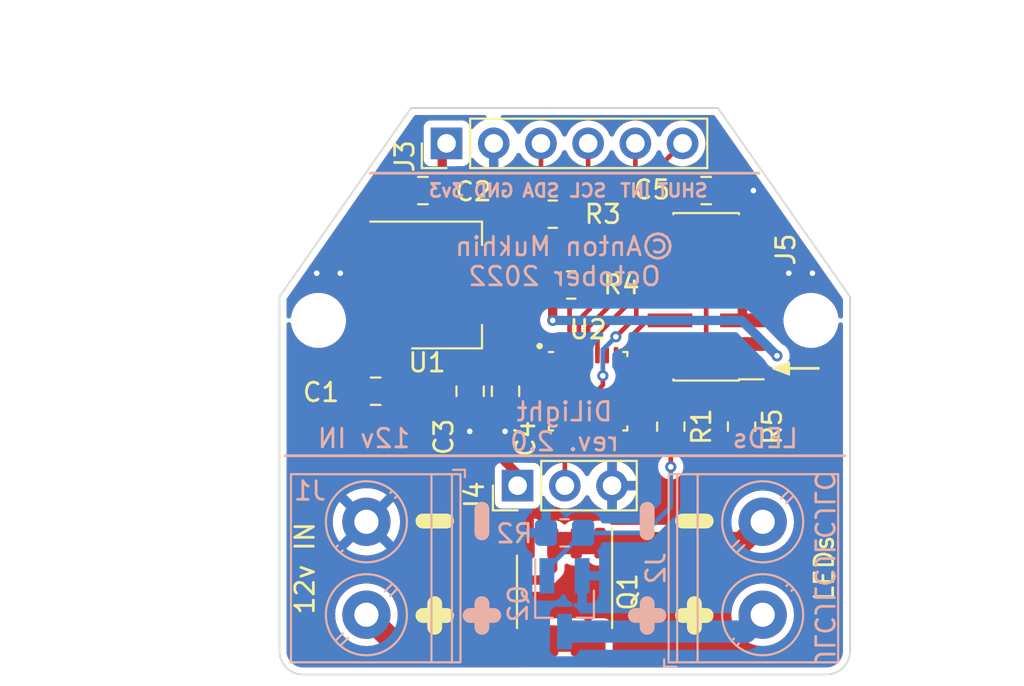
<source format=kicad_pcb>
(kicad_pcb (version 20211014) (generator pcbnew)
  (layers (0 "F.Cu" signal) (31 "B.Cu" signal) (34 "B.Paste" user) (35 "F.Paste" user) (36 "B.SilkS" user "B.Silkscreen") (37 "F.SilkS" user "F.Silkscreen") (38 "B.Mask" user) (39 "F.Mask" user) (44 "Edge.Cuts" user))
  (net 0 "")
  (net 1 "+12V")
  (net 2 "GND")
  (net 3 "+3V3")
  (net 4 "NRST")
  (net 5 "Net-(J1-Pad2)")
  (net 6 "Net-(J2-Pad1)")
  (net 7 "Sens_SDA")
  (net 8 "Sens_SCL")
  (net 9 "Sens_INT")
  (net 10 "Sens_SHUT")
  (net 11 "Btn_INT")
  (net 14 "SWDIO")
  (net 15 "SWCLK")
  (net 19 "Net-(J5-Pad11)")
  (net 22 "Net-(Q2-Pad1)")
  (net 23 "Net-(R1-Pad1)")
  (footprint "Connector_PinHeader_2.54mm:PinHeader_1x03_P2.54mm_Vertical" (layer "F.Cu") (at 33.035 36.83 90)
    (fp_text reference "J4" (at -0.635 -2.33 90) (layer "F.SilkS"))
    (fp_text value "Touch")
    (fp_line (start -1.33 0) (end -1.33 -1.33) (layer "F.SilkS") (width 0.12))
    (fp_line (start 1.33 1.27) (end 1.33 6.41) (layer "F.SilkS") (width 0.12))
    (fp_line (start -1.33 1.27) (end 1.33 1.27) (layer "F.SilkS") (width 0.12))
    (fp_line (start -1.33 -1.33) (end 0 -1.33) (layer "F.SilkS") (width 0.12))
    (fp_line (start -1.33 6.41) (end 1.33 6.41) (layer "F.SilkS") (width 0.12))
    (fp_line (start -1.33 1.27) (end -1.33 6.41) (layer "F.SilkS") (width 0.12))
    (pad "1" thru_hole rect (at 0 0 90) (size 1.7 1.7) (drill 1) (layers *.Cu *.Mask) (net 3 "+3V3"))
    (pad "2" thru_hole oval (at 0 2.54 90) (size 1.7 1.7) (drill 1) (layers *.Cu *.Mask) (net 11 "Btn_INT"))
    (pad "3" thru_hole oval (at 0 5.08 90) (size 1.7 1.7) (drill 1) (layers *.Cu *.Mask) (net 2 "GND"))
  )
  (footprint "Capacitor_SMD:C_0805_2012Metric_Pad1.18x1.45mm_HandSolder" (layer "F.Cu") (at 25.4 31.75 180)
    (fp_text reference "C1" (at 2.94 -0.06) (layer "F.SilkS"))
    (fp_text value "10u")
    (fp_line (start -0.261252 -0.735) (end 0.261252 -0.735) (layer "F.SilkS") (width 0.12))
    (fp_line (start -0.261252 0.735) (end 0.261252 0.735) (layer "F.SilkS") (width 0.12))
    (pad "1" smd roundrect (at -1.0375 0 180) (size 1.175 1.45) (layers "F.Cu" "F.Paste" "F.Mask") (roundrect_rratio 0.212766) (net 1 "+12V"))
    (pad "2" smd roundrect (at 1.0375 0 180) (size 1.175 1.45) (layers "F.Cu" "F.Paste" "F.Mask") (roundrect_rratio 0.212766) (net 2 "GND"))
  )
  (footprint "MountingHole:MountingHole_2.2mm_M2_DIN965" (layer "F.Cu") (at 22.32 27.94)
    (fp_text reference "H1" hide)
    (fp_text value "M2")
    (pad "" np_thru_hole circle (at 0 0) (size 2.2 2.2) (drill 2.2) (layers *.Cu *.Mask))
  )
  (footprint "Connector_PinHeader_1.27mm:PinHeader_2x07_P1.27mm_Vertical_SMD" (layer "F.Cu") (at 43.18 26.67 180)
    (fp_text reference "J5" (at -4.28 2.54 90) (layer "F.SilkS"))
    (fp_text value "ST Link V3")
    (fp_line (start -1.765 4.44) (end -1.765 4.505) (layer "F.SilkS") (width 0.12))
    (fp_line (start 1.765 4.44) (end 1.765 4.505) (layer "F.SilkS") (width 0.12))
    (fp_line (start -1.765 -4.505) (end 1.765 -4.505) (layer "F.SilkS") (width 0.12))
    (fp_line (start -1.765 -4.505) (end -1.765 -4.44) (layer "F.SilkS") (width 0.12))
    (fp_line (start 1.765 -4.505) (end 1.765 -4.44) (layer "F.SilkS") (width 0.12))
    (fp_line (start -1.765 4.505) (end 1.765 4.505) (layer "F.SilkS") (width 0.12))
    (fp_line (start -3.09 -4.44) (end -1.765 -4.44) (layer "F.SilkS") (width 0.12))
    (pad "1" smd rect (at -1.95 -3.81 180) (size 2.4 0.74) (layers "F.Cu" "F.Paste" "F.Mask"))
    (pad "2" smd rect (at 1.95 -3.81 180) (size 2.4 0.74) (layers "F.Cu" "F.Paste" "F.Mask"))
    (pad "3" smd rect (at -1.95 -2.54 180) (size 2.4 0.74) (layers "F.Cu" "F.Paste" "F.Mask") (net 3 "+3V3"))
    (pad "4" smd rect (at 1.95 -2.54 180) (size 2.4 0.74) (layers "F.Cu" "F.Paste" "F.Mask") (net 14 "SWDIO"))
    (pad "5" smd rect (at -1.95 -1.27 180) (size 2.4 0.74) (layers "F.Cu" "F.Paste" "F.Mask") (net 2 "GND"))
    (pad "6" smd rect (at 1.95 -1.27 180) (size 2.4 0.74) (layers "F.Cu" "F.Paste" "F.Mask") (net 15 "SWCLK"))
    (pad "7" smd rect (at -1.95 0 180) (size 2.4 0.74) (layers "F.Cu" "F.Paste" "F.Mask") (net 2 "GND"))
    (pad "8" smd rect (at 1.95 0 180) (size 2.4 0.74) (layers "F.Cu" "F.Paste" "F.Mask"))
    (pad "9" smd rect (at -1.95 1.27 180) (size 2.4 0.74) (layers "F.Cu" "F.Paste" "F.Mask"))
    (pad "10" smd rect (at 1.95 1.27 180) (size 2.4 0.74) (layers "F.Cu" "F.Paste" "F.Mask"))
    (pad "11" smd rect (at -1.95 2.54 180) (size 2.4 0.74) (layers "F.Cu" "F.Paste" "F.Mask") (net 19 "Net-(J5-Pad11)"))
    (pad "12" smd rect (at 1.95 2.54 180) (size 2.4 0.74) (layers "F.Cu" "F.Paste" "F.Mask") (net 4 "NRST"))
    (pad "13" smd rect (at -1.95 3.81 180) (size 2.4 0.74) (layers "F.Cu" "F.Paste" "F.Mask"))
    (pad "14" smd rect (at 1.95 3.81 180) (size 2.4 0.74) (layers "F.Cu" "F.Paste" "F.Mask"))
  )
  (footprint "Package_DFN_QFN:QFN-28_4x4mm_P0.5mm" (layer "F.Cu") (at 36.83 31.75)
    (fp_text reference "U2" (at 0 -3.32) (layer "F.SilkS"))
    (fp_text value "STM32G031G8Ux")
    (fp_line (start -1.885 2.11) (end -2.11 2.11) (layer "F.SilkS") (width 0.12))
    (fp_line (start 2.11 -2.11) (end 2.11 -1.885) (layer "F.SilkS") (width 0.12))
    (fp_line (start 1.885 2.11) (end 2.11 2.11) (layer "F.SilkS") (width 0.12))
    (fp_line (start 1.885 -2.11) (end 2.11 -2.11) (layer "F.SilkS") (width 0.12))
    (fp_line (start 2.11 2.11) (end 2.11 1.885) (layer "F.SilkS") (width 0.12))
    (fp_line (start -2.11 2.11) (end -2.11 1.885) (layer "F.SilkS") (width 0.12))
    (fp_line (start -1.885 -2.11) (end -2.11 -2.11) (layer "F.SilkS") (width 0.12))
    (pad "1" smd custom (at -1.9975 -1.5) (size 0.136863 0.136863) (layers "F.Cu" "F.Paste" "F.Mask") (options (clearance outline) (anchor circle)) (primitives (gr_poly (pts (xy 0.3325 0.05364) (xy 0.3325 0.08) (xy -0.3325 0.08) (xy -0.3325 -0.08) (xy 0.19886 -0.08)) (width 0.09) (fill yes))))
    (pad "2" smd roundrect (at -1.9375 -1) (size 0.875 0.25) (layers "F.Cu" "F.Paste" "F.Mask"))
    (pad "3" smd roundrect (at -1.9375 -0.5) (size 0.875 0.25) (layers "F.Cu" "F.Paste" "F.Mask") (net 3 "+3V3"))
    (pad "4" smd roundrect (at -1.9375 0) (size 0.875 0.25) (layers "F.Cu" "F.Paste" "F.Mask") (net 2 "GND"))
    (pad "5" smd roundrect (at -1.9375 0.5) (size 0.875 0.25) (layers "F.Cu" "F.Paste" "F.Mask") (net 4 "NRST"))
    (pad "6" smd roundrect (at -1.9375 1) (size 0.875 0.25) (layers "F.Cu" "F.Paste" "F.Mask") (net 11 "Btn_INT"))
    (pad "7" smd custom (at -1.9975 1.5) (size 0.136863 0.136863) (layers "F.Cu" "F.Paste" "F.Mask") (options (clearance outline) (anchor circle)) (primitives (gr_poly (pts (xy 0.3325 -0.05364) (xy 0.19886 0.08) (xy -0.3325 0.08) (xy -0.3325 -0.08) (xy 0.3325 -0.08)) (width 0.09) (fill yes))))
    (pad "8" smd custom (at -1.5 1.9975) (size 0.136863 0.136863) (layers "F.Cu" "F.Paste" "F.Mask") (options (clearance outline) (anchor circle)) (primitives (gr_poly (pts (xy 0.08 0.3325) (xy -0.08 0.3325) (xy -0.08 -0.19886) (xy 0.05364 -0.3325) (xy 0.08 -0.3325)) (width 0.09) (fill yes))))
    (pad "9" smd roundrect (at -1 1.9375) (size 0.25 0.875) (layers "F.Cu" "F.Paste" "F.Mask"))
    (pad "10" smd roundrect (at -0.5 1.9375) (size 0.25 0.875) (layers "F.Cu" "F.Paste" "F.Mask"))
    (pad "11" smd roundrect (at 0 1.9375) (size 0.25 0.875) (layers "F.Cu" "F.Paste" "F.Mask"))
    (pad "12" smd roundrect (at 0.5 1.9375) (size 0.25 0.875) (layers "F.Cu" "F.Paste" "F.Mask"))
    (pad "13" smd roundrect (at 1 1.9375) (size 0.25 0.875) (layers "F.Cu" "F.Paste" "F.Mask"))
    (pad "14" smd custom (at 1.5 1.9975) (size 0.136863 0.136863) (layers "F.Cu" "F.Paste" "F.Mask") (options (clearance outline) (anchor circle)) (primitives (gr_poly (pts (xy 0.08 -0.19886) (xy 0.08 0.3325) (xy -0.08 0.3325) (xy -0.08 -0.3325) (xy -0.05364 -0.3325)) (width 0.09) (fill yes))))
    (pad "15" smd custom (at 1.9975 1.5) (size 0.136863 0.136863) (layers "F.Cu" "F.Paste" "F.Mask") (options (clearance outline) (anchor circle)) (primitives (gr_poly (pts (xy 0.3325 0.08) (xy -0.19886 0.08) (xy -0.3325 -0.05364) (xy -0.3325 -0.08) (xy 0.3325 -0.08)) (width 0.09) (fill yes))))
    (pad "16" smd roundrect (at 1.9375 1) (size 0.875 0.25) (layers "F.Cu" "F.Paste" "F.Mask"))
    (pad "17" smd roundrect (at 1.9375 0.5) (size 0.875 0.25) (layers "F.Cu" "F.Paste" "F.Mask") (net 23 "Net-(R1-Pad1)"))
    (pad "18" smd roundrect (at 1.9375 0) (size 0.875 0.25) (layers "F.Cu" "F.Paste" "F.Mask"))
    (pad "19" smd roundrect (at 1.9375 -0.5) (size 0.875 0.25) (layers "F.Cu" "F.Paste" "F.Mask"))
    (pad "20" smd roundrect (at 1.9375 -1) (size 0.875 0.25) (layers "F.Cu" "F.Paste" "F.Mask") (net 14 "SWDIO"))
    (pad "21" smd custom (at 1.9975 -1.5) (size 0.136863 0.136863) (layers "F.Cu" "F.Paste" "F.Mask") (net 15 "SWCLK") (options (clearance outline) (anchor circle)) (primitives (gr_poly (pts (xy 0.3325 0.08) (xy -0.3325 0.08) (xy -0.3325 0.05364) (xy -0.19886 -0.08) (xy 0.3325 -0.08)) (width 0.09) (fill yes))))
    (pad "22" smd custom (at 1.5 -1.9975) (size 0.136863 0.136863) (layers "F.Cu" "F.Paste" "F.Mask") (options (clearance outline) (anchor circle)) (primitives (gr_poly (pts (xy 0.08 0.19886) (xy -0.05364 0.3325) (xy -0.08 0.3325) (xy -0.08 -0.3325) (xy 0.08 -0.3325)) (width 0.09) (fill yes))))
    (pad "23" smd roundrect (at 1 -1.9375) (size 0.25 0.875) (layers "F.Cu" "F.Paste" "F.Mask"))
    (pad "24" smd roundrect (at 0.5 -1.9375) (size 0.25 0.875) (layers "F.Cu" "F.Paste" "F.Mask") (net 10 "Sens_SHUT"))
    (pad "25" smd roundrect (at 0 -1.9375) (size 0.25 0.875) (layers "F.Cu" "F.Paste" "F.Mask") (net 9 "Sens_INT"))
    (pad "26" smd roundrect (at -0.5 -1.9375) (size 0.25 0.875) (layers "F.Cu" "F.Paste" "F.Mask") (net 8 "Sens_SCL"))
    (pad "27" smd roundrect (at -1 -1.9375) (size 0.25 0.875) (layers "F.Cu" "F.Paste" "F.Mask") (net 7 "Sens_SDA"))
    (pad "28" smd custom (at -1.5 -1.9975) (size 0.136863 0.136863) (layers "F.Cu" "F.Paste" "F.Mask") (options (clearance outline) (anchor circle)) (primitives (gr_poly (pts (xy 0.08 0.3325) (xy 0.05364 0.3325) (xy -0.08 0.19886) (xy -0.08 -0.3325) (xy 0.08 -0.3325)) (width 0.09) (fill yes))))
  )
  (footprint "Capacitor_SMD:C_0805_2012Metric_Pad1.18x1.45mm_HandSolder" (layer "F.Cu") (at 30.48 31.75 -90)
    (fp_text reference "C3" (at 2.46 1.42 90) (layer "F.SilkS"))
    (fp_text value "4u7")
    (fp_line (start -0.261252 -0.735) (end 0.261252 -0.735) (layer "F.SilkS") (width 0.12))
    (fp_line (start -0.261252 0.735) (end 0.261252 0.735) (layer "F.SilkS") (width 0.12))
    (pad "1" smd roundrect (at -1.0375 0 270) (size 1.175 1.45) (layers "F.Cu" "F.Paste" "F.Mask") (roundrect_rratio 0.212766) (net 3 "+3V3"))
    (pad "2" smd roundrect (at 1.0375 0 270) (size 1.175 1.45) (layers "F.Cu" "F.Paste" "F.Mask") (roundrect_rratio 0.212766) (net 2 "GND"))
  )
  (footprint "Resistor_SMD:R_0805_2012Metric_Pad1.20x1.40mm_HandSolder" (layer "F.Cu") (at 41.275 33.655 -90)
    (fp_text reference "R1" (at 0 -1.65 90) (layer "F.SilkS"))
    (fp_text value "100")
    (fp_line (start -0.227064 -0.735) (end 0.227064 -0.735) (layer "F.SilkS") (width 0.12))
    (fp_line (start -0.227064 0.735) (end 0.227064 0.735) (layer "F.SilkS") (width 0.12))
    (pad "1" smd roundrect (at -1 0 270) (size 1.2 1.4) (layers "F.Cu" "F.Paste" "F.Mask") (roundrect_rratio 0.208333) (net 23 "Net-(R1-Pad1)"))
    (pad "2" smd roundrect (at 1 0 270) (size 1.2 1.4) (layers "F.Cu" "F.Paste" "F.Mask") (roundrect_rratio 0.208333) (net 22 "Net-(Q2-Pad1)"))
  )
  (footprint "Capacitor_SMD:C_0805_2012Metric_Pad1.18x1.45mm_HandSolder" (layer "F.Cu") (at 43.18 20.955)
    (fp_text reference "C5" (at -2.92 -0.045) (layer "F.SilkS"))
    (fp_text value "100n")
    (fp_line (start -0.261252 -0.735) (end 0.261252 -0.735) (layer "F.SilkS") (width 0.12))
    (fp_line (start -0.261252 0.735) (end 0.261252 0.735) (layer "F.SilkS") (width 0.12))
    (pad "1" smd roundrect (at -1.0375 0) (size 1.175 1.45) (layers "F.Cu" "F.Paste" "F.Mask") (roundrect_rratio 0.212766) (net 4 "NRST"))
    (pad "2" smd roundrect (at 1.0375 0) (size 1.175 1.45) (layers "F.Cu" "F.Paste" "F.Mask") (roundrect_rratio 0.212766) (net 2 "GND"))
  )
  (footprint "Package_TO_SOT_SMD:SOT-223-3_TabPin2" (layer "F.Cu") (at 29.21 26.035)
    (fp_text reference "U1" (at -1.05 4.175) (layer "F.SilkS"))
    (fp_text value "AMS1117-3.3")
    (fp_line (start 1.91 3.41) (end 1.91 2.15) (layer "F.SilkS") (width 0.12))
    (fp_line (start 1.91 -3.41) (end 1.91 -2.15) (layer "F.SilkS") (width 0.12))
    (fp_line (start -4.1 -3.41) (end 1.91 -3.41) (layer "F.SilkS") (width 0.12))
    (fp_line (start -1.85 3.41) (end 1.91 3.41) (layer "F.SilkS") (width 0.12))
    (pad "1" smd rect (at -3.15 -2.3) (size 2 1.5) (layers "F.Cu" "F.Paste" "F.Mask") (net 2 "GND"))
    (pad "2" smd rect (at 3.15 0) (size 2 3.8) (layers "F.Cu" "F.Paste" "F.Mask") (net 3 "+3V3"))
    (pad "2" smd rect (at -3.15 0) (size 2 1.5) (layers "F.Cu" "F.Paste" "F.Mask") (net 3 "+3V3"))
    (pad "3" smd rect (at -3.15 2.3) (size 2 1.5) (layers "F.Cu" "F.Paste" "F.Mask") (net 1 "+12V"))
  )
  (footprint "Resistor_SMD:R_0805_2012Metric_Pad1.20x1.40mm_HandSolder" (layer "F.Cu") (at 34.925 22.225)
    (fp_text reference "R3" (at 2.695 0) (layer "F.SilkS"))
    (fp_text value "10k")
    (fp_line (start -0.227064 -0.735) (end 0.227064 -0.735) (layer "F.SilkS") (width 0.12))
    (fp_line (start -0.227064 0.735) (end 0.227064 0.735) (layer "F.SilkS") (width 0.12))
    (pad "1" smd roundrect (at -1 0) (size 1.2 1.4) (layers "F.Cu" "F.Paste" "F.Mask") (roundrect_rratio 0.208333) (net 3 "+3V3"))
    (pad "2" smd roundrect (at 1 0) (size 1.2 1.4) (layers "F.Cu" "F.Paste" "F.Mask") (roundrect_rratio 0.208333) (net 7 "Sens_SDA"))
  )
  (footprint "Resistor_SMD:R_0805_2012Metric_Pad1.20x1.40mm_HandSolder" (layer "F.Cu") (at 35.92 26.035)
    (fp_text reference "R4" (at 2.7 -0.015) (layer "F.SilkS"))
    (fp_text value "10k")
    (fp_line (start -0.227064 0.735) (end 0.227064 0.735) (layer "F.SilkS") (width 0.12))
    (fp_line (start -0.227064 -0.735) (end 0.227064 -0.735) (layer "F.SilkS") (width 0.12))
    (pad "1" smd roundrect (at -1 0) (size 1.2 1.4) (layers "F.Cu" "F.Paste" "F.Mask") (roundrect_rratio 0.208333) (net 3 "+3V3"))
    (pad "2" smd roundrect (at 1 0) (size 1.2 1.4) (layers "F.Cu" "F.Paste" "F.Mask") (roundrect_rratio 0.208333) (net 8 "Sens_SCL"))
  )
  (footprint "MountingHole:MountingHole_2.2mm_M2_DIN965" (layer "F.Cu") (at 48.82 27.94)
    (fp_text reference "H2" hide)
    (fp_text value "M2")
    (pad "" np_thru_hole circle (at 0 0) (size 2.2 2.2) (drill 2.2) (layers *.Cu *.Mask))
  )
  (footprint "Capacitor_SMD:C_0805_2012Metric_Pad1.18x1.45mm_HandSolder" (layer "F.Cu") (at 32.385 31.75 -90)
    (fp_text reference "C4" (at 2.56 -1.075 90) (layer "F.SilkS"))
    (fp_text value "100n")
    (fp_line (start -0.261252 -0.735) (end 0.261252 -0.735) (layer "F.SilkS") (width 0.12))
    (fp_line (start -0.261252 0.735) (end 0.261252 0.735) (layer "F.SilkS") (width 0.12))
    (pad "1" smd roundrect (at -1.0375 0 270) (size 1.175 1.45) (layers "F.Cu" "F.Paste" "F.Mask") (roundrect_rratio 0.212766) (net 3 "+3V3"))
    (pad "2" smd roundrect (at 1.0375 0 270) (size 1.175 1.45) (layers "F.Cu" "F.Paste" "F.Mask") (roundrect_rratio 0.212766) (net 2 "GND"))
  )
  (footprint "Connector_PinHeader_2.54mm:PinHeader_1x06_P2.54mm_Vertical" (layer "F.Cu") (at 29.21 18.415 90)
    (fp_text reference "J3" (at -0.695 -2.25 90) (layer "F.SilkS"))
    (fp_text value "Sensor")
    (fp_line (start -1.33 -1.33) (end 0 -1.33) (layer "F.SilkS") (width 0.12))
    (fp_line (start -1.33 1.27) (end -1.33 14.03) (layer "F.SilkS") (width 0.12))
    (fp_line (start 1.33 1.27) (end 1.33 14.03) (layer "F.SilkS") (width 0.12))
    (fp_line (start -1.33 14.03) (end 1.33 14.03) (layer "F.SilkS") (width 0.12))
    (fp_line (start -1.33 0) (end -1.33 -1.33) (layer "F.SilkS") (width 0.12))
    (fp_line (start -1.33 1.27) (end 1.33 1.27) (layer "F.SilkS") (width 0.12))
    (pad "1" thru_hole rect (at 0 0 90) (size 1.7 1.7) (drill 1) (layers *.Cu *.Mask) (net 3 "+3V3"))
    (pad "2" thru_hole oval (at 0 2.54 90) (size 1.7 1.7) (drill 1) (layers *.Cu *.Mask) (net 2 "GND"))
    (pad "3" thru_hole oval (at 0 5.08 90) (size 1.7 1.7) (drill 1) (layers *.Cu *.Mask) (net 7 "Sens_SDA"))
    (pad "4" thru_hole oval (at 0 7.62 90) (size 1.7 1.7) (drill 1) (layers *.Cu *.Mask) (net 8 "Sens_SCL"))
    (pad "5" thru_hole oval (at 0 10.16 90) (size 1.7 1.7) (drill 1) (layers *.Cu *.Mask) (net 9 "Sens_INT"))
    (pad "6" thru_hole oval (at 0 12.7 90) (size 1.7 1.7) (drill 1) (layers *.Cu *.Mask) (net 10 "Sens_SHUT"))
  )
  (footprint "Capacitor_SMD:C_0805_2012Metric_Pad1.18x1.45mm_HandSolder" (layer "F.Cu") (at 27.94 20.955 180)
    (fp_text reference "C2" (at -2.72 -0.055) (layer "F.SilkS"))
    (fp_text value "10u")
    (fp_line (start -0.261252 -0.735) (end 0.261252 -0.735) (layer "F.SilkS") (width 0.12))
    (fp_line (start -0.261252 0.735) (end 0.261252 0.735) (layer "F.SilkS") (width 0.12))
    (pad "1" smd roundrect (at -1.0375 0 180) (size 1.175 1.45) (layers "F.Cu" "F.Paste" "F.Mask") (roundrect_rratio 0.212766) (net 3 "+3V3"))
    (pad "2" smd roundrect (at 1.0375 0 180) (size 1.175 1.45) (layers "F.Cu" "F.Paste" "F.Mask") (roundrect_rratio 0.212766) (net 2 "GND"))
  )
  (footprint "Resistor_SMD:R_0805_2012Metric_Pad1.20x1.40mm_HandSolder" (layer "F.Cu") (at 45.085 33.655 -90)
    (fp_text reference "R5" (at 0 -1.65 90) (layer "F.SilkS"))
    (fp_text value "100")
    (fp_line (start -0.227064 -0.735) (end 0.227064 -0.735) (layer "F.SilkS") (width 0.12))
    (fp_line (start -0.227064 0.735) (end 0.227064 0.735) (layer "F.SilkS") (width 0.12))
    (pad "1" smd roundrect (at -1 0 270) (size 1.2 1.4) (layers "F.Cu" "F.Paste" "F.Mask") (roundrect_rratio 0.208333) (net 19 "Net-(J5-Pad11)"))
    (pad "2" smd roundrect (at 1 0 270) (size 1.2 1.4) (layers "F.Cu" "F.Paste" "F.Mask") (roundrect_rratio 0.208333) (net 2 "GND"))
  )
  (footprint "my_additions:SOP-8_PMOS_GDS" (layer "F.Cu") (at 35.56 42.545 -90)
    (fp_text reference "Q1" (at 0 -3.4 90) (layer "F.SilkS"))
    (fp_text value "AP4435C")
    (fp_line (start 0 2.56) (end -1.95 2.56) (layer "F.SilkS") (width 0.12))
    (fp_line (start 0 -2.56) (end -3.45 -2.56) (layer "F.SilkS") (width 0.12))
    (fp_line (start 0 2.56) (end 1.95 2.56) (layer "F.SilkS") (width 0.12))
    (fp_line (start 0 -2.56) (end 1.95 -2.56) (layer "F.SilkS") (width 0.12))
    (pad "1" smd roundrect (at -2.625 1.905 270) (size 1.65 0.6) (layers "F.Cu" "F.Paste" "F.Mask") (net 2 "GND"))
    (pad "2" smd roundrect (at 2.625 -0.635 270) (size 1.65 0.6) (layers "F.Cu" "F.Paste" "F.Mask") (net 5 "Net-(J1-Pad2)"))
    (pad "2" smd roundrect (at 2.625 1.905 270) (size 1.65 0.6) (layers "F.Cu" "F.Paste" "F.Mask") (net 5 "Net-(J1-Pad2)"))
    (pad "2" smd roundrect (at 2.625 0.635 270) (size 1.65 0.6) (layers "F.Cu" "F.Paste" "F.Mask") (net 5 "Net-(J1-Pad2)"))
    (pad "2" smd roundrect (at 2.625 -1.905 270) (size 1.65 0.6) (layers "F.Cu" "F.Paste" "F.Mask") (net 5 "Net-(J1-Pad2)"))
    (pad "3" smd roundrect (at -2.625 -1.905 270) (size 1.65 0.6) (layers "F.Cu" "F.Paste" "F.Mask") (net 1 "+12V"))
    (pad "3" smd roundrect (at -2.625 -0.635 270) (size 1.65 0.6) (layers "F.Cu" "F.Paste" "F.Mask") (net 1 "+12V"))
    (pad "3" smd roundrect (at -2.625 0.635 270) (size 1.65 0.6) (layers "F.Cu" "F.Paste" "F.Mask") (net 1 "+12V"))
  )
  (footprint "TerminalBlock_Phoenix:TerminalBlock_Phoenix_PT-1,5-2-5.0-H_1x02_P5.00mm_Horizontal" (layer "B.Cu") (at 46.22 43.775 90)
    (fp_text reference "J2" (at 2.5 -5.75006 270) (layer "B.SilkS") (effects (justify mirror)))
    (fp_text value "LED strip")
    (fp_line (start -2.56 -4.6) (end 7.56 -4.6) (layer "B.SilkS") (width 0.12))
    (fp_line (start -2.8 -5.3) (end -2.4 -5.3) (layer "B.SilkS") (width 0.12))
    (fp_line (start -2.56 -5.06) (end 7.56 -5.06) (layer "B.SilkS") (width 0.12))
    (fp_line (start 6.388 1.654) (end 6.008 1.274) (layer "B.SilkS") (width 0.12))
    (fp_line (start 1.654 1.388) (end 1.547 1.281) (layer "B.SilkS") (width 0.12))
    (fp_line (start -2.56 4.06) (end -2.56 -5.06) (layer "B.SilkS") (width 0.12))
    (fp_line (start -1.282 -1.547) (end -1.388 -1.654) (layer "B.SilkS") (width 0.12))
    (fp_line (start 6.654 1.388) (end 6.259 0.992) (layer "B.SilkS") (width 0.12))
    (fp_line (start 1.388 1.654) (end 1.281 1.547) (layer "B.SilkS") (width 0.12))
    (fp_line (start -2.8 -4.66) (end -2.8 -5.3) (layer "B.SilkS") (width 0.12))
    (fp_line (start -2.56 4.06) (end 7.56 4.06) (layer "B.SilkS") (width 0.12))
    (fp_line (start -2.56 -3.5) (end 7.56 -3.5) (layer "B.SilkS") (width 0.12))
    (fp_line (start 3.993 -1.274) (end 3.613 -1.654) (layer "B.SilkS") (width 0.12))
    (fp_line (start -1.548 -1.281) (end -1.654 -1.388) (layer "B.SilkS") (width 0.12))
    (fp_line (start 3.742 -0.992) (end 3.347 -1.388) (layer "B.SilkS") (width 0.12))
    (fp_line (start 7.56 4.06) (end 7.56 -5.06) (layer "B.SilkS") (width 0.12))
    (fp_circle (center 0 0) (end 2.18 0) (layer "B.SilkS") (width 0.12) (fill none))
    (fp_circle (center 5 0) (end 7.18 0) (layer "B.SilkS") (width 0.12) (fill none))
    (pad "1" thru_hole circle (at 0 0 90) (size 2.6 2.6) (drill 1.3) (layers *.Cu *.Mask) (net 6 "Net-(J2-Pad1)"))
    (pad "2" thru_hole circle (at 5 0 90) (size 2.6 2.6) (drill 1.3) (layers *.Cu *.Mask) (net 1 "+12V"))
  )
  (footprint "TerminalBlock_Phoenix:TerminalBlock_Phoenix_PT-1,5-2-5.0-H_1x02_P5.00mm_Horizontal" (layer "B.Cu") (at 24.9 38.775 -90)
    (fp_text reference "J1" (at -1.665 3.04 180) (layer "B.SilkS") (effects (justify mirror)))
    (fp_text value "12V IN")
    (fp_line (start 3.742 -0.992) (end 3.347 -1.388) (layer "B.SilkS") (width 0.12))
    (fp_line (start -1.282 -1.547) (end -1.388 -1.654) (layer "B.SilkS") (width 0.12))
    (fp_line (start 7.56 4.06) (end 7.56 -5.06) (layer "B.SilkS") (width 0.12))
    (fp_line (start -2.56 -5.06) (end 7.56 -5.06) (layer "B.SilkS") (width 0.12))
    (fp_line (start -2.56 -4.6) (end 7.56 -4.6) (layer "B.SilkS") (width 0.12))
    (fp_line (start 1.388 1.654) (end 1.281 1.547) (layer "B.SilkS") (width 0.12))
    (fp_line (start -1.548 -1.281) (end -1.654 -1.388) (layer "B.SilkS") (width 0.12))
    (fp_line (start -2.56 4.06) (end -2.56 -5.06) (layer "B.SilkS") (width 0.12))
    (fp_line (start 6.654 1.388) (end 6.259 0.992) (layer "B.SilkS") (width 0.12))
    (fp_line (start -2.56 -3.5) (end 7.56 -3.5) (layer "B.SilkS") (width 0.12))
    (fp_line (start 3.993 -1.274) (end 3.613 -1.654) (layer "B.SilkS") (width 0.12))
    (fp_line (start -2.8 -4.66) (end -2.8 -5.3) (layer "B.SilkS") (width 0.12))
    (fp_line (start 6.388 1.654) (end 6.008 1.274) (layer "B.SilkS") (width 0.12))
    (fp_line (start 1.654 1.388) (end 1.547 1.281) (layer "B.SilkS") (width 0.12))
    (fp_line (start -2.8 -5.3) (end -2.4 -5.3) (layer "B.SilkS") (width 0.12))
    (fp_line (start -2.56 4.06) (end 7.56 4.06) (layer "B.SilkS") (width 0.12))
    (fp_circle (center 5 0) (end 7.18 0) (layer "B.SilkS") (width 0.12) (fill none))
    (fp_circle (center 0 0) (end 2.18 0) (layer "B.SilkS") (width 0.12) (fill none))
    (pad "1" thru_hole circle (at 0 0 270) (size 2.6 2.6) (drill 1.3) (layers *.Cu *.Mask) (net 2 "GND"))
    (pad "2" thru_hole circle (at 5 0 270) (size 2.6 2.6) (drill 1.3) (layers *.Cu *.Mask) (net 5 "Net-(J1-Pad2)"))
  )
  (footprint "Resistor_SMD:R_0805_2012Metric_Pad1.20x1.40mm_HandSolder" (layer "B.Cu") (at 35.56 39.37 180)
    (fp_text reference "R2" (at 2.7 -0.04) (layer "B.SilkS") (effects (justify mirror)))
    (fp_text value "10k")
    (fp_line (start -0.227064 -0.735) (end 0.227064 -0.735) (layer "B.SilkS") (width 0.12))
    (fp_line (start -0.227064 0.735) (end 0.227064 0.735) (layer "B.SilkS") (width 0.12))
    (pad "1" smd roundrect (at -1 0 180) (size 1.2 1.4) (layers "B.Cu" "B.Paste" "B.Mask") (roundrect_rratio 0.208333) (net 22 "Net-(Q2-Pad1)"))
    (pad "2" smd roundrect (at 1 0 180) (size 1.2 1.4) (layers "B.Cu" "B.Paste" "B.Mask") (roundrect_rratio 0.208333) (net 2 "GND"))
  )
  (footprint "Package_TO_SOT_SMD:SOT-23_Handsoldering" (layer "B.Cu") (at 35.56 43.18 -90)
    (fp_text reference "Q2" (at 0 2.5 90) (layer "B.SilkS") (effects (justify mirror)))
    (fp_text value "AO3400A")
    (fp_line (start 0.76 1.58) (end -2.4 1.58) (layer "B.SilkS") (width 0.12))
    (fp_line (start 0.76 -1.58) (end 0.76 -0.65) (layer "B.SilkS") (width 0.12))
    (fp_line (start 0.76 1.58) (end 0.76 0.65) (layer "B.SilkS") (width 0.12))
    (fp_line (start 0.76 -1.58) (end -0.7 -1.58) (layer "B.SilkS") (width 0.12))
    (pad "1" smd rect (at -1.5 0.95 270) (size 1.9 0.8) (layers "B.Cu" "B.Paste" "B.Mask") (net 22 "Net-(Q2-Pad1)"))
    (pad "2" smd rect (at -1.5 -0.95 270) (size 1.9 0.8) (layers "B.Cu" "B.Paste" "B.Mask") (net 2 "GND"))
    (pad "3" smd rect (at 1.5 0 270) (size 1.9 0.8) (layers "B.Cu" "B.Paste" "B.Mask") (net 6 "Net-(J2-Pad1)"))
  )
  (gr_line (start 40.005 38.1) (end 40.005 39.37) (layer "B.SilkS") (width 0.8))
  (gr_line (start 40.64 43.815) (end 39.37 43.815) (layer "B.SilkS") (width 0.8))
  (gr_line (start 31.115 38.1) (end 31.115 39.37) (layer "B.SilkS") (width 0.8))
  (gr_line (start 31.115 43.18) (end 31.115 44.45) (layer "B.SilkS") (width 0.8))
  (gr_line (start 40.005 43.18) (end 40.005 44.45) (layer "B.SilkS") (width 0.8))
  (gr_line (start 30.48 43.815) (end 31.75 43.815) (layer "B.SilkS") (width 0.8))
  (gr_line (start 25.12 20.02) (end 46.02 20.02) (layer "B.SilkS") (width 0.15))
  (gr_line (start 20.52 35.22) (end 50.62 35.22) (layer "B.SilkS") (width 0.15))
  (gr_line (start 27.94 43.815) (end 29.21 43.815) (layer "F.SilkS") (width 0.8))
  (gr_line (start 46.82 30.52) (end 49.22 30.52) (layer "F.SilkS") (width 0.15))
  (gr_poly (pts (xy 47.62 30.82) (xy 46.82 30.52) (xy 47.62 30.22)) (layer "F.SilkS") (width 0.15) (fill solid))
  (gr_line (start 41.91 38.735) (end 43.18 38.735) (layer "F.SilkS") (width 0.8))
  (gr_circle (center 34.22 29.32) (end 34.32 29.32) (layer "F.SilkS") (width 0.15) (fill solid))
  (gr_line (start 42.545 43.18) (end 42.545 44.45) (layer "F.SilkS") (width 0.8))
  (gr_line (start 27.94 38.735) (end 29.21 38.735) (layer "F.SilkS") (width 0.8))
  (gr_line (start 28.575 43.18) (end 28.575 44.45) (layer "F.SilkS") (width 0.8))
  (gr_line (start 43.18 43.815) (end 41.91 43.815) (layer "F.SilkS") (width 0.8))
  (gr_arc (start 21.49 46.99) (mid 20.591974 46.618026) (end 20.22 45.72) (layer "Edge.Cuts") (width 0.1))
  (gr_line (start 21.49 46.99) (end 49.65 46.99) (layer "Edge.Cuts") (width 0.1))
  (gr_line (start 43.815 16.51) (end 50.92 26.67) (layer "Edge.Cuts") (width 0.1))
  (gr_line (start 20.22 26.67) (end 27.305 16.51) (layer "Edge.Cuts") (width 0.1))
  (gr_arc (start 50.92 45.72) (mid 50.548026 46.618026) (end 49.65 46.99) (layer "Edge.Cuts") (width 0.1))
  (gr_line (start 27.305 16.51) (end 43.815 16.51) (layer "Edge.Cuts") (width 0.1))
  (gr_line (start 50.92 45.72) (end 50.92 26.67) (layer "Edge.Cuts") (width 0.1))
  (gr_line (start 20.22 45.72) (end 20.22 26.67) (layer "Edge.Cuts") (width 0.1))
  (gr_text "12v IN" (at 24.765 34.29) (layer "B.SilkS") (effects (font (size 1 1)) (justify mirror)))
  (gr_text "JLCJLCJLCJLC" (at 49.53 41.275 -90) (layer "B.SilkS") (effects (font (size 1 1)) (justify mirror)))
  (gr_text "©Anton Mukhin\nOctober 2022" (at 35.56 24.765) (layer "B.SilkS") (effects (font (size 1 1)) (justify mirror)))
  (gr_text "LEDs" (at 46.355 34.29) (layer "B.SilkS") (effects (font (size 1 1)) (justify mirror)))
  (gr_text "DiLight\nrev. 2.0" (at 35.56 33.655) (layer "B.SilkS") (effects (font (size 1 1)) (justify mirror)))
  (gr_text "SDA" (at 34.29 20.955) (layer "B.SilkS") (effects (font (size 0.7 0.7)) (justify mirror)))
  (gr_text "3v3" (at 29.21 20.955) (layer "B.SilkS") (effects (font (size 0.7 0.7)) (justify mirror)))
  (gr_text "INT" (at 39.37 20.955) (layer "B.SilkS") (effects (font (size 0.7 0.7)) (justify mirror)))
  (gr_text "SCL" (at 36.83 20.955) (layer "B.SilkS") (effects (font (size 0.7 0.7)) (justify mirror)))
  (gr_text "SHUT" (at 41.91 20.955) (layer "B.SilkS") (effects (font (size 0.7 0.7)) (justify mirror)))
  (gr_text "GND" (at 31.75 20.955) (layer "B.SilkS") (effects (font (size 0.7 0.7)) (justify mirror)))
  (gr_text "LEDs" (at 49.53 41.275 90) (layer "F.SilkS") (effects (font (size 1 1))))
  (gr_text "12v IN" (at 21.59 41.275 90) (layer "F.SilkS") (effects (font (size 1 1))))
  (segment (start 26.4375 31.75) (end 26.4375 34.6925) (width 0.5) (layer "F.Cu") (net 1))
  (segment (start 45.075 39.92) (end 46.22 38.775) (width 1.2) (layer "F.Cu") (net 1))
  (segment (start 31.115 40.64) (end 32.385 41.91) (width 0.5) (layer "F.Cu") (net 1))
  (segment (start 26.4375 28.7125) (end 26.06 28.335) (width 0.5) (layer "F.Cu") (net 1))
  (segment (start 35.22 39.92) (end 45.075 39.92) (width 1.2) (layer "F.Cu") (net 1))
  (segment (start 31.115 39.37) (end 31.115 40.64) (width 0.5) (layer "F.Cu") (net 1))
  (segment (start 32.385 41.91) (end 34.29 41.91) (width 0.5) (layer "F.Cu") (net 1))
  (segment (start 34.925 41.275) (end 34.925 39.92) (width 0.5) (layer "F.Cu") (net 1))
  (segment (start 26.4375 31.75) (end 26.4375 28.7125) (width 0.5) (layer "F.Cu") (net 1))
  (segment (start 26.4375 34.6925) (end 31.115 39.37) (width 0.5) (layer "F.Cu") (net 1))
  (segment (start 34.29 41.91) (end 34.925 41.275) (width 0.5) (layer "F.Cu") (net 1))
  (segment (start 45.72 20.955) (end 44.2175 20.955) (width 0.5) (layer "F.Cu") (net 2))
  (segment (start 32.36 33.91) (end 32.36 32.8125) (width 0.5) (layer "F.Cu") (net 2))
  (segment (start 30.46 32.8075) (end 30.48 32.7875) (width 0.5) (layer "F.Cu") (net 2))
  (segment (start 33.99 31.75) (end 32.9525 32.7875) (width 0.25) (layer "F.Cu") (net 2))
  (segment (start 32.9525 32.7875) (end 32.385 32.7875) (width 0.25) (layer "F.Cu") (net 2))
  (segment (start 32.36 32.8125) (end 32.385 32.7875) (width 0.5) (layer "F.Cu") (net 2))
  (segment (start 34.8925 31.75) (end 33.99 31.75) (width 0.25) (layer "F.Cu") (net 2))
  (segment (start 30.46 33.91) (end 30.46 32.8075) (width 0.5) (layer "F.Cu") (net 2))
  (via (at 48.895 25.4) (size 0.6) (drill 0.3) (layers "F.Cu" "B.Cu") (net 2))
  (via (at 32.36 33.91) (size 0.6) (drill 0.3) (layers "F.Cu" "B.Cu") (net 2))
  (via (at 45.72 20.955) (size 0.6) (drill 0.3) (layers "F.Cu" "B.Cu") (net 2))
  (via (at 22.225 25.4) (size 0.6) (drill 0.3) (layers "F.Cu" "B.Cu") (net 2))
  (via (at 47.625 25.4) (size 0.6) (drill 0.3) (layers "F.Cu" "B.Cu") (net 2))
  (via (at 30.46 33.91) (size 0.6) (drill 0.3) (layers "F.Cu" "B.Cu") (net 2))
  (via (at 23.495 25.4) (size 0.6) (drill 0.3) (layers "F.Cu" "B.Cu") (net 2))
  (segment (start 34.61 39.42) (end 34.56 39.37) (width 0.25) (layer "B.Cu") (net 2))
  (segment (start 32.36 23.79) (end 33.925 22.225) (width 0.5) (layer "F.Cu") (net 3))
  (segment (start 34.8925 31.25) (end 33.95 31.25) (width 0.25) (layer "F.Cu") (net 3))
  (segment (start 34.92 26.035) (end 32.36 26.035) (width 0.5) (layer "F.Cu") (net 3))
  (segment (start 32.36 26.035) (end 32.36 23.79) (width 0.5) (layer "F.Cu") (net 3))
  (segment (start 28.9775 20.955) (end 28.9775 18.6475) (width 0.5) (layer "F.Cu") (net 3))
  (segment (start 28.575 31.75) (end 28.575 33.655) (width 0.5) (layer "F.Cu") (net 3))
  (segment (start 29.845 34.925) (end 31.75 34.925) (width 0.5) (layer "F.Cu") (net 3))
  (segment (start 34.92 26.035) (end 34.92 27.935) (width 0.5) (layer "F.Cu") (net 3))
  (segment (start 30.48 30.7125) (end 32.385 30.7125) (width 0.5) (layer "F.Cu") (net 3))
  (segment (start 34.92 27.935) (end 34.925 27.94) (width 0.5) (layer "F.Cu") (net 3))
  (segment (start 28.575 33.655) (end 29.845 34.925) (width 0.5) (layer "F.Cu") (net 3))
  (segment (start 33.035 36.21) (end 33.035 36.83) (width 0.5) (layer "F.Cu") (net 3))
  (segment (start 33.4125 30.7125) (end 32.385 30.7125) (width 0.25) (layer "F.Cu") (net 3))
  (segment (start 26.06 26.035) (end 32.36 26.035) (width 0.5) (layer "F.Cu") (net 3))
  (segment (start 32.36 30.6875) (end 32.385 30.7125) (width 0.5) (layer "F.Cu") (net 3))
  (segment (start 32.655 20.955) (end 33.925 22.225) (width 0.5) (layer "F.Cu") (net 3))
  (segment (start 30.48 30.7125) (end 29.6125 30.7125) (width 0.5) (layer "F.Cu") (net 3))
  (segment (start 32.36 26.035) (end 32.36 30.6875) (width 0.5) (layer "F.Cu") (net 3))
  (segment (start 28.9775 18.6475) (end 29.21 18.415) (width 0.5) (layer "F.Cu") (net 3))
  (segment (start 29.6125 30.7125) (end 28.575 31.75) (width 0.5) (layer "F.Cu") (net 3))
  (segment (start 46.99 29.845) (end 46.355 29.21) (width 0.5) (layer "F.Cu") (net 3))
  (segment (start 28.9775 20.955) (end 32.655 20.955) (width 0.5) (layer "F.Cu") (net 3))
  (segment (start 33.95 31.25) (end 33.4125 30.7125) (width 0.25) (layer "F.Cu") (net 3))
  (segment (start 46.355 29.21) (end 45.13 29.21) (width 0.5) (layer "F.Cu") (net 3))
  (segment (start 31.75 34.925) (end 33.035 36.21) (width 0.5) (layer "F.Cu") (net 3))
  (via (at 34.925 27.94) (size 0.6) (drill 0.3) (layers "F.Cu" "B.Cu") (net 3))
  (via (at 46.99 29.845) (size 0.6) (drill 0.3) (layers "F.Cu" "B.Cu") (net 3))
  (segment (start 45.085 27.94) (end 46.99 29.845) (width 0.5) (layer "B.Cu") (net 3))
  (segment (start 34.925 27.94) (end 45.085 27.94) (width 0.5) (layer "B.Cu") (net 3))
  (segment (start 36.79 32.25) (end 37.62 31.42) (width 0.25) (layer "F.Cu") (net 4))
  (segment (start 39.42 24.12) (end 39.43 24.13) (width 0.25) (layer "F.Cu") (net 4))
  (segment (start 40.685 20.955) (end 42.1425 20.955) (width 0.25) (layer "F.Cu") (net 4))
  (segment (start 39.42 22.22) (end 40.685 20.955) (width 0.25) (layer "F.Cu") (net 4))
  (segment (start 39.43 24.13) (end 41.23 24.13) (width 0.25) (layer "F.Cu") (net 4))
  (segment (start 34.8925 32.25) (end 36.79 32.25) (width 0.25) (layer "F.Cu") (net 4))
  (segment (start 39.42 27.72) (end 39.42 22.22) (width 0.25) (layer "F.Cu") (net 4))
  (segment (start 38.32 28.82) (end 39.42 27.72) (width 0.25) (layer "F.Cu") (net 4))
  (segment (start 37.62 31.42) (end 37.62 30.92) (width 0.25) (layer "F.Cu") (net 4))
  (via (at 38.32 28.82) (size 0.6) (drill 0.3) (layers "F.Cu" "B.Cu") (net 4))
  (via (at 37.62 30.92) (size 0.6) (drill 0.3) (layers "F.Cu" "B.Cu") (net 4))
  (segment (start 37.62 30.92) (end 37.62 29.52) (width 0.25) (layer "B.Cu") (net 4))
  (segment (start 37.62 29.52) (end 38.32 28.82) (width 0.25) (layer "B.Cu") (net 4))
  (segment (start 26.295 45.17) (end 24.9 43.775) (width 1.2) (layer "F.Cu") (net 5))
  (segment (start 37.12 45.17) (end 26.295 45.17) (width 1.2) (layer "F.Cu") (net 5))
  (segment (start 35.92 44.68) (end 45.315 44.68) (width 1.2) (layer "B.Cu") (net 6))
  (segment (start 45.315 44.68) (end 46.22 43.775) (width 1.2) (layer "B.Cu") (net 6))
  (segment (start 34.29 19.685) (end 34.29 18.415) (width 0.25) (layer "F.Cu") (net 7))
  (segment (start 35.83 27.31) (end 35.925 27.215) (width 0.25) (layer "F.Cu") (net 7))
  (segment (start 35.925 27.215) (end 35.925 22.225) (width 0.25) (layer "F.Cu") (net 7))
  (segment (start 35.925 22.225) (end 35.925 21.32) (width 0.25) (layer "F.Cu") (net 7))
  (segment (start 35.925 21.32) (end 34.29 19.685) (width 0.25) (layer "F.Cu") (net 7))
  (segment (start 35.83 29.8125) (end 35.83 27.31) (width 0.25) (layer "F.Cu") (net 7))
  (segment (start 36.83 19.73) (end 36.83 18.415) (width 0.25) (layer "F.Cu") (net 8))
  (segment (start 37.32 20.22) (end 36.83 19.73) (width 0.25) (layer "F.Cu") (net 8))
  (segment (start 37.32 23.32) (end 37.32 20.22) (width 0.25) (layer "F.Cu") (net 8))
  (segment (start 36.92 27.32) (end 36.92 26.035) (width 0.25) (layer "F.Cu") (net 8))
  (segment (start 36.92 23.72) (end 37.32 23.32) (width 0.25) (layer "F.Cu") (net 8))
  (segment (start 36.92 26.035) (end 36.92 23.72) (width 0.25) (layer "F.Cu") (net 8))
  (segment (start 36.33 29.8125) (end 36.33 27.91) (width 0.25) (layer "F.Cu") (net 8))
  (segment (start 36.33 27.91) (end 36.92 27.32) (width 0.25) (layer "F.Cu") (net 8))
  (segment (start 38.22 20.835) (end 39.37 19.685) (width 0.25) (layer "F.Cu") (net 9))
  (segment (start 36.83 29.8125) (end 36.83 28.31) (width 0.25) (layer "F.Cu") (net 9))
  (segment (start 38.22 26.92) (end 38.22 20.835) (width 0.25) (layer "F.Cu") (net 9))
  (segment (start 39.37 19.685) (end 39.37 18.415) (width 0.25) (layer "F.Cu") (net 9))
  (segment (start 36.83 28.31) (end 38.22 26.92) (width 0.25) (layer "F.Cu") (net 9))
  (segment (start 37.33 29.8125) (end 37.33 28.714188) (width 0.25) (layer "F.Cu") (net 10))
  (segment (start 38.82 21.505) (end 41.91 18.415) (width 0.25) (layer "F.Cu") (net 10))
  (segment (start 37.33 28.714188) (end 38.82 27.224188) (width 0.25) (layer "F.Cu") (net 10))
  (segment (start 38.82 27.224188) (end 38.82 21.505) (width 0.25) (layer "F.Cu") (net 10))
  (segment (start 34.19 32.75) (end 33.82 33.12) (width 0.25) (layer "F.Cu") (net 11))
  (segment (start 35.575 35.575) (end 35.575 36.83) (width 0.25) (layer "F.Cu") (net 11))
  (segment (start 34.8925 32.75) (end 34.19 32.75) (width 0.25) (layer "F.Cu") (net 11))
  (segment (start 33.82 33.12) (end 33.82 33.82) (width 0.25) (layer "F.Cu") (net 11))
  (segment (start 33.82 33.82) (end 35.575 35.575) (width 0.25) (layer "F.Cu") (net 11))
  (segment (start 39.62 30.506629) (end 39.62 29.62) (width 0.25) (layer "F.Cu") (net 14))
  (segment (start 40.03 29.21) (end 41.23 29.21) (width 0.25) (layer "F.Cu") (net 14))
  (segment (start 39.376629 30.75) (end 39.62 30.506629) (width 0.25) (layer "F.Cu") (net 14))
  (segment (start 38.7675 30.75) (end 39.376629 30.75) (width 0.25) (layer "F.Cu") (net 14))
  (segment (start 39.62 29.62) (end 40.03 29.21) (width 0.25) (layer "F.Cu") (net 14))
  (segment (start 40 27.94) (end 41.23 27.94) (width 0.25) (layer "F.Cu") (net 15))
  (segment (start 38.8275 30.25) (end 39.12 29.9575) (width 0.25) (layer "F.Cu") (net 15))
  (segment (start 39.12 28.82) (end 40 27.94) (width 0.25) (layer "F.Cu") (net 15))
  (segment (start 39.12 29.9575) (end 39.12 28.82) (width 0.25) (layer "F.Cu") (net 15))
  (segment (start 43.18 31.115) (end 44.72 32.655) (width 0.25) (layer "F.Cu") (net 19))
  (segment (start 44.72 32.655) (end 45.085 32.655) (width 0.25) (layer "F.Cu") (net 19))
  (segment (start 45.13 24.13) (end 43.815 24.13) (width 0.25) (layer "F.Cu") (net 19))
  (segment (start 43.815 24.13) (end 43.18 24.765) (width 0.25) (layer "F.Cu") (net 19))
  (segment (start 43.18 24.765) (end 43.18 31.115) (width 0.25) (layer "F.Cu") (net 19))
  (segment (start 41.275 35.82) (end 41.275 34.655) (width 0.25) (layer "F.Cu") (net 22))
  (via (at 41.275 35.82) (size 0.6) (drill 0.3) (layers "F.Cu" "B.Cu") (net 22))
  (segment (start 41.275 37.965) (end 39.87 39.37) (width 0.25) (layer "B.Cu") (net 22))
  (segment (start 34.61 41.32) (end 36.56 39.37) (width 0.25) (layer "B.Cu") (net 22))
  (segment (start 34.61 41.68) (end 34.61 41.32) (width 0.25) (layer "B.Cu") (net 22))
  (segment (start 39.87 39.37) (end 36.56 39.37) (width 0.25) (layer "B.Cu") (net 22))
  (segment (start 41.275 35.82) (end 41.275 37.965) (width 0.25) (layer "B.Cu") (net 22))
  (segment (start 40.87 32.25) (end 41.275 32.655) (width 0.25) (layer "F.Cu") (net 23))
  (segment (start 38.7675 32.25) (end 40.87 32.25) (width 0.25) (layer "F.Cu") (net 23))
  (zone (net 2) (net_name "GND") (layers F&B.Cu) (name "Ground") (connect_pads (clearance 0.381)) (min_thickness 0.254) (fill yes (thermal_gap 0.508) (thermal_bridge_width 0.508) (island_removal_mode 2) (island_area_min 2))
    (polygon (pts (xy 51.435 26.67) (xy 51.435 47.625) (xy 19.685 47.625) (xy 19.685 26.67) (xy 27.305 15.875) (xy 43.815 15.875)))
  )
)
</source>
